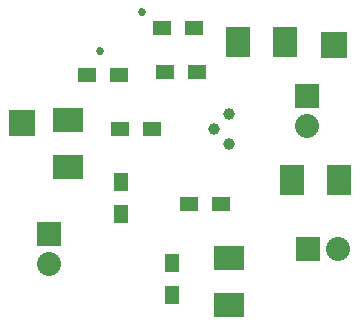
<source format=gts>
G04 #@! TF.FileFunction,Soldermask,Top*
%FSLAX46Y46*%
G04 Gerber Fmt 4.6, Leading zero omitted, Abs format (unit mm)*
G04 Created by KiCad (PCBNEW 0.201508140901+6091~28~ubuntu14.04.1-product) date Fri 18 Sep 2015 07:53:11 PM CEST*
%MOMM*%
G01*
G04 APERTURE LIST*
%ADD10C,0.076200*%
%ADD11R,2.500000X2.000000*%
%ADD12R,2.000000X2.500000*%
%ADD13R,2.032000X2.032000*%
%ADD14O,2.032000X2.032000*%
%ADD15C,1.000760*%
%ADD16R,1.500000X1.300000*%
%ADD17R,1.300000X1.500000*%
%ADD18R,2.235200X2.235200*%
%ADD19C,0.685800*%
G04 APERTURE END LIST*
D10*
D11*
X151765000Y-106458000D03*
X151765000Y-110458000D03*
X165354000Y-118142000D03*
X165354000Y-122142000D03*
D12*
X170720000Y-111506000D03*
X174720000Y-111506000D03*
X170148000Y-99822000D03*
X166148000Y-99822000D03*
D13*
X150114000Y-116078000D03*
D14*
X150114000Y-118618000D03*
D13*
X172085000Y-117348000D03*
D14*
X174625000Y-117348000D03*
D13*
X171958000Y-104394000D03*
D14*
X171958000Y-106934000D03*
D15*
X164084000Y-107188000D03*
X165354000Y-105918000D03*
X165354000Y-108458000D03*
D16*
X153336000Y-102616000D03*
X156036000Y-102616000D03*
D17*
X156210000Y-111680000D03*
X156210000Y-114380000D03*
D16*
X158830000Y-107188000D03*
X156130000Y-107188000D03*
X159686000Y-98679000D03*
X162386000Y-98679000D03*
X159940000Y-102362000D03*
X162640000Y-102362000D03*
X161972000Y-113538000D03*
X164672000Y-113538000D03*
D17*
X160528000Y-118538000D03*
X160528000Y-121238000D03*
D18*
X147828000Y-106680000D03*
X174244000Y-100076000D03*
D19*
X154432000Y-100584000D03*
X157988000Y-97282000D03*
M02*

</source>
